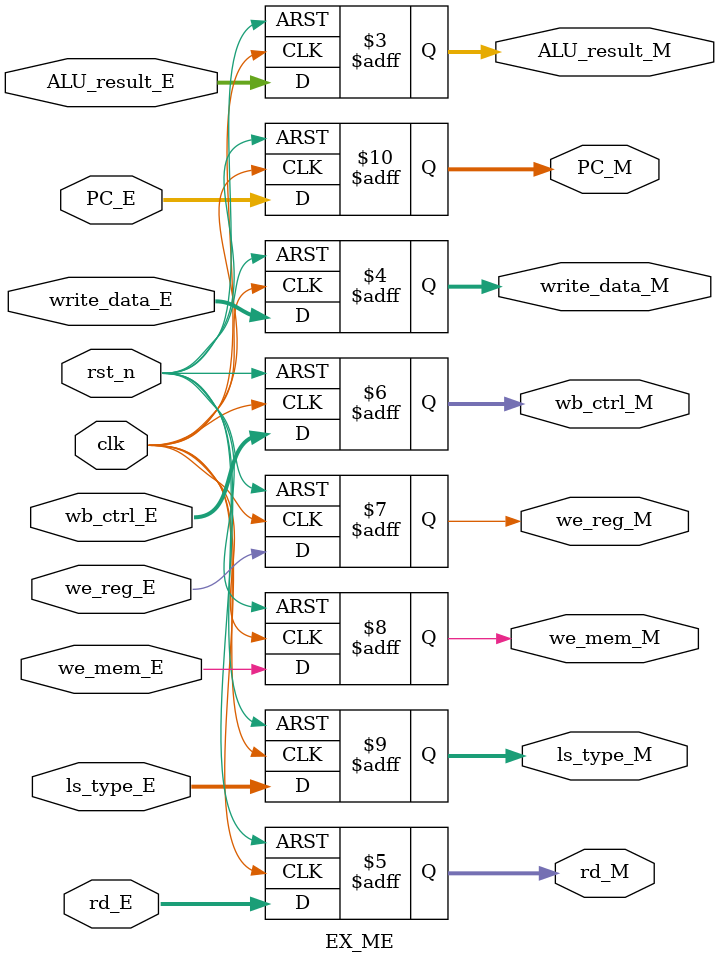
<source format=v>
`timescale 1ns / 1ps
module EX_ME(
    input               clk,
    input               rst_n,
    input       [31:0]  ALU_result_E,
    input       [31:0]  write_data_E,//from rdata2_f_E
    input       [4:0]   rd_E,
    input       [1:0]   wb_ctrl_E,
    input               we_reg_E,
    input               we_mem_E,
    input       [2:0]   ls_type_E,
    input       [31:0]  PC_E,
    
    output reg  [31:0]  ALU_result_M,
    output reg  [31:0]  write_data_M,
    output reg  [4:0]   rd_M,   
    output reg  [1:0]   wb_ctrl_M,
    output reg          we_reg_M,
    output reg          we_mem_M,
    output reg  [2:0]   ls_type_M,
    output reg  [31:0]  PC_M

    );
    
    always @(posedge clk , negedge rst_n) begin
        if (!rst_n) begin
            ALU_result_M <= 32'b0;
            write_data_M <= 32'b0;
            rd_M <= 5'b0;
            wb_ctrl_M <= 2'b0;
            we_reg_M <= 1'b0;
            we_mem_M <= 1'b0;
            ls_type_M <= 3'b0;
            PC_M <= 32'b0;
        end else begin
            ALU_result_M <= ALU_result_E;
            write_data_M <= write_data_E;
            rd_M <= rd_E;   
            wb_ctrl_M <= wb_ctrl_E;
            we_reg_M <= we_reg_E;
            we_mem_M <= we_mem_E;
            ls_type_M <= ls_type_E;
            PC_M <= PC_E; 
        end
    end
endmodule
</source>
